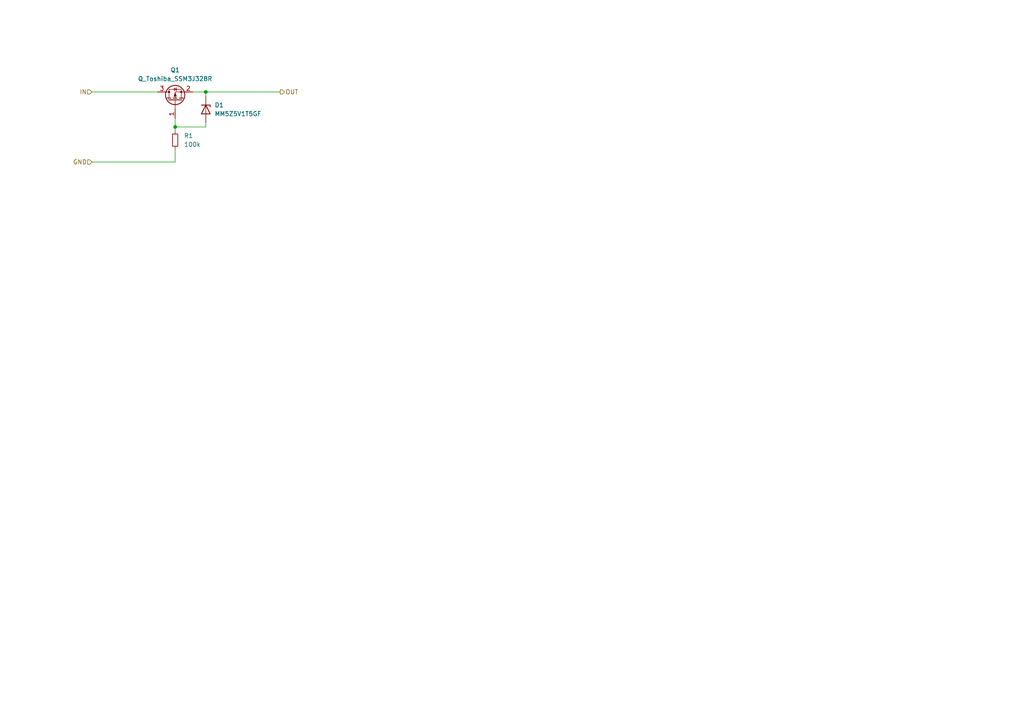
<source format=kicad_sch>
(kicad_sch (version 20250114) (generator "eeschema") (generator_version "9.0")
  (paper "A4")
  (lib_symbols
    (symbol "Device:D_Zener" (pin_numbers (hide yes)) (pin_names (offset 1.016) (hide yes))
      (property "Reference" "D" (at 0 2.54 0))
      (property "Value" "D_Zener" (at 0 -2.54 0))
      (symbol "D_Zener_0_1"
        (polyline (pts (xy -1.27 -1.27) (xy -1.27 1.27) (xy -0.762 1.27)) (stroke (width 0.254)))
        (polyline (pts (xy 1.27 0) (xy -1.27 0)))
        (polyline (pts (xy 1.27 -1.27) (xy 1.27 1.27) (xy -1.27 0) (xy 1.27 -1.27)) (stroke (width 0.254)))
      )
      (symbol "D_Zener_1_1"
        (pin passive line (at -3.81 0 0) (length 2.54) (name "K") (number "1"))
        (pin passive line (at 3.81 0 180) (length 2.54) (name "A") (number "2"))
      )
    )
    (symbol "Device:R_Small" (pin_numbers (hide yes)) (pin_names (offset 0.254) (hide yes))
      (property "Reference" "R" (at 0 0 90))
      (property "Value" "R_Small" (at 1.778 0 90))
      (symbol "R_Small_0_1"
        (rectangle (start -0.762 1.778) (end 0.762 -1.778) (stroke (width 0.2032)))
      )
      (symbol "R_Small_1_1"
        (pin passive line (at 0 2.54 270) (length 0.762) (name "~") (number "1"))
        (pin passive line (at 0 -2.54 90) (length 0.762) (name "~") (number "2"))
      )
    )
    (symbol "Toshiba_SSM3J328R:Q_Toshiba_SSM3J328R" (pin_names (offset 0) (hide yes))
      (property "Reference" "Q" (at 5.08 1.27 0))
      (property "Value" "Q_Toshiba_SSM3J328R" (at 5.08 -1.27 0))
      (symbol "Q_Toshiba_SSM3J328R_0_1"
        (polyline (pts (xy 0.254 1.905) (xy 0.254 -1.905)) (stroke (width 0.254)))
        (polyline (pts (xy 0.254 0) (xy -2.54 0)))
        (polyline (pts (xy 0.762 2.286) (xy 0.762 1.27)) (stroke (width 0.254)))
        (polyline (pts (xy 0.762 1.778) (xy 3.302 1.778) (xy 3.302 -1.778) (xy 0.762 -1.778)))
        (polyline (pts (xy 0.762 0.508) (xy 0.762 -0.508)) (stroke (width 0.254)))
        (polyline (pts (xy 0.762 -1.27) (xy 0.762 -2.286)) (stroke (width 0.254)))
        (circle (center 1.651 0) (radius 2.794) (stroke (width 0.254)))
        (polyline (pts (xy 2.286 0) (xy 1.27 0.381) (xy 1.27 -0.381) (xy 2.286 0)) (fill (type outline)))
        (polyline (pts (xy 2.54 2.54) (xy 2.54 1.778)))
        (circle (center 2.54 1.778) (radius 0.254) (fill (type outline)))
        (circle (center 2.54 -1.778) (radius 0.254) (fill (type outline)))
        (polyline (pts (xy 2.54 -2.54) (xy 2.54 0) (xy 0.762 0)))
        (polyline (pts (xy 2.794 -0.508) (xy 2.921 -0.381) (xy 3.683 -0.381) (xy 3.81 -0.254)))
        (polyline (pts (xy 3.302 -0.381) (xy 2.921 0.254) (xy 3.683 0.254) (xy 3.302 -0.381)))
      )
      (symbol "Q_Toshiba_SSM3J328R_1_1"
        (pin input line (at -5.08 0 0) (length 2.54) (name "G") (number "1"))
        (pin passive line (at 2.54 5.08 270) (length 2.54) (name "D") (number "3"))
        (pin passive line (at 2.54 -5.08 90) (length 2.54) (name "S") (number "2"))
      )
    )
  )
  (junction (at 59.69 26.67))
  (junction (at 50.8 36.83))
  (wire (pts (xy 59.69 26.67) (xy 81.28 26.67)))
  (wire (pts (xy 50.8 34.29) (xy 50.8 36.83)))
  (wire (pts (xy 26.67 26.67) (xy 45.72 26.67)))
  (wire (pts (xy 26.67 46.99) (xy 50.8 46.99)))
  (wire (pts (xy 59.69 26.67) (xy 59.69 27.94)))
  (wire (pts (xy 50.8 36.83) (xy 50.8 38.1)))
  (wire (pts (xy 50.8 43.18) (xy 50.8 46.99)))
  (wire (pts (xy 50.8 36.83) (xy 59.69 36.83)))
  (wire (pts (xy 59.69 36.83) (xy 59.69 35.56)))
  (wire (pts (xy 55.88 26.67) (xy 59.69 26.67)))
  (hierarchical_label "OUT" (shape output) (at 81.28 26.67 0))
  (hierarchical_label "IN" (shape input) (at 26.67 26.67 180))
  (hierarchical_label "GND" (shape input) (at 26.67 46.99 180))
  (symbol (lib_id "Toshiba_SSM3J328R:Q_Toshiba_SSM3J328R") (at 50.8 29.21 90) (unit 1)
    (property "Reference" "Q1" (at 50.8 20.32 90))
    (property "Value" "Q_Toshiba_SSM3J328R" (at 50.8 22.86 90))
    (property "Footprint" "SOT:SOT-23F" (effects (hide yes)))
    (property "Description" "P-MOSFET transistor, gate/source/drain" (effects (hide yes)))
  )
  (symbol (lib_id "Device:R_Small") (at 50.8 40.64 0) (unit 1)
    (property "Reference" "R1" (at 53.34 39.3699 0) (effects (justify left)))
    (property "Value" "100k" (at 53.34 41.9099 0) (effects (justify left)))
    (property "Footprint" "Resistor_SMD:R_0603_1608Metric" (effects (hide yes)))
    (property "Description" "Resistor, small symbol" (effects (hide yes)))
  )
  (symbol (lib_id "Device:D_Zener") (at 59.69 31.75 270) (unit 1)
    (property "Reference" "D1" (at 62.23 30.4799 90) (effects (justify left)))
    (property "Value" "MM5Z5V1T5GF" (at 62.23 33.0199 90) (effects (justify left)))
    (property "Footprint" "SOT:D_SOD-523" (effects (hide yes)))
    (property "Description" "Zener diode" (effects (hide yes)))
  )
)
</source>
